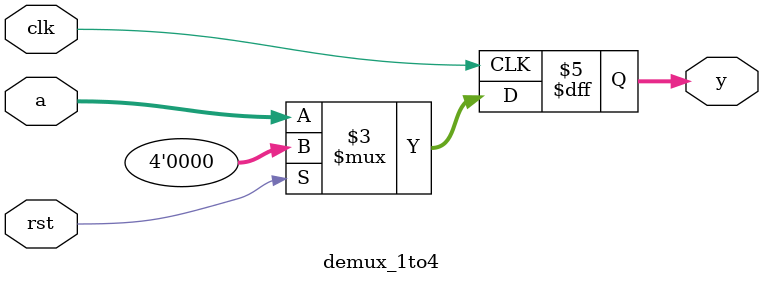
<source format=v>
/* 
 * Corevexis Semiconductor 
 * Example 66: DEMUX 1TO4 
 */

module demux_1to4 (
    input clk,
    input rst,
    input [3:0] a,
    output reg [3:0] y
);

always @(posedge clk) begin
    if(rst) y <= 4'b0;
    else y <= a; 
end

endmodule
</source>
